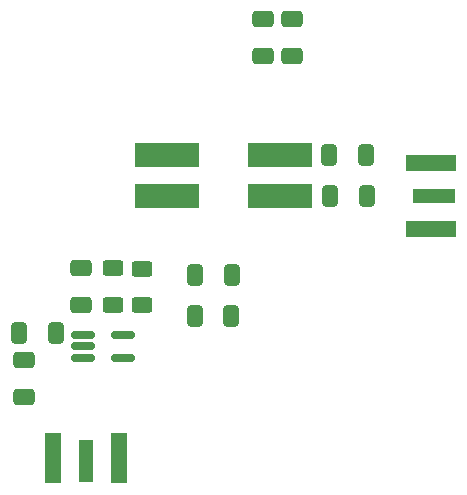
<source format=gbr>
%TF.GenerationSoftware,KiCad,Pcbnew,8.99.0-unknown-8ec1016ccf~178~ubuntu22.04.1*%
%TF.CreationDate,2024-05-09T20:44:09+05:30*%
%TF.ProjectId,HF-PA-v10,48462d50-412d-4763-9130-2e6b69636164,rev?*%
%TF.SameCoordinates,Original*%
%TF.FileFunction,Paste,Top*%
%TF.FilePolarity,Positive*%
%FSLAX46Y46*%
G04 Gerber Fmt 4.6, Leading zero omitted, Abs format (unit mm)*
G04 Created by KiCad (PCBNEW 8.99.0-unknown-8ec1016ccf~178~ubuntu22.04.1) date 2024-05-09 20:44:09*
%MOMM*%
%LPD*%
G01*
G04 APERTURE LIST*
G04 Aperture macros list*
%AMRoundRect*
0 Rectangle with rounded corners*
0 $1 Rounding radius*
0 $2 $3 $4 $5 $6 $7 $8 $9 X,Y pos of 4 corners*
0 Add a 4 corners polygon primitive as box body*
4,1,4,$2,$3,$4,$5,$6,$7,$8,$9,$2,$3,0*
0 Add four circle primitives for the rounded corners*
1,1,$1+$1,$2,$3*
1,1,$1+$1,$4,$5*
1,1,$1+$1,$6,$7*
1,1,$1+$1,$8,$9*
0 Add four rect primitives between the rounded corners*
20,1,$1+$1,$2,$3,$4,$5,0*
20,1,$1+$1,$4,$5,$6,$7,0*
20,1,$1+$1,$6,$7,$8,$9,0*
20,1,$1+$1,$8,$9,$2,$3,0*%
G04 Aperture macros list end*
%ADD10R,3.600000X1.270000*%
%ADD11R,4.200000X1.350000*%
%ADD12RoundRect,0.250000X-0.412500X-0.650000X0.412500X-0.650000X0.412500X0.650000X-0.412500X0.650000X0*%
%ADD13RoundRect,0.250000X0.650000X-0.412500X0.650000X0.412500X-0.650000X0.412500X-0.650000X-0.412500X0*%
%ADD14R,1.270000X3.600000*%
%ADD15R,1.350000X4.200000*%
%ADD16RoundRect,0.250000X0.412500X0.650000X-0.412500X0.650000X-0.412500X-0.650000X0.412500X-0.650000X0*%
%ADD17RoundRect,0.162500X-0.837500X-0.162500X0.837500X-0.162500X0.837500X0.162500X-0.837500X0.162500X0*%
%ADD18R,5.500000X2.150000*%
%ADD19RoundRect,0.250000X-0.650000X0.412500X-0.650000X-0.412500X0.650000X-0.412500X0.650000X0.412500X0*%
%ADD20RoundRect,0.250000X-0.625000X0.400000X-0.625000X-0.400000X0.625000X-0.400000X0.625000X0.400000X0*%
G04 APERTURE END LIST*
D10*
%TO.C,RF_OUT1*%
X205007500Y-84720000D03*
D11*
X204807500Y-87545000D03*
X204807500Y-81895000D03*
%TD*%
D12*
%TO.C,C12*%
X184757500Y-94920000D03*
X187882500Y-94920000D03*
%TD*%
%TO.C,C9*%
X169887500Y-96320000D03*
X173012500Y-96320000D03*
%TD*%
D13*
%TO.C,C4*%
X175110000Y-93962500D03*
X175110000Y-90837500D03*
%TD*%
D12*
%TO.C,C1*%
X196177500Y-81260000D03*
X199302500Y-81260000D03*
%TD*%
D14*
%TO.C,RF_IN1*%
X175570000Y-107140000D03*
D15*
X172745000Y-106940000D03*
X178395000Y-106940000D03*
%TD*%
D16*
%TO.C,C3*%
X199330000Y-84750000D03*
X196205000Y-84750000D03*
%TD*%
D17*
%TO.C,U2*%
X175270000Y-96512500D03*
X175270000Y-97462500D03*
X175270000Y-98412500D03*
X178690000Y-98412500D03*
X178690000Y-96512500D03*
%TD*%
D18*
%TO.C,T1*%
X182460000Y-81275000D03*
X182460000Y-84705000D03*
X191960000Y-84705000D03*
X191960000Y-81275000D03*
%TD*%
D13*
%TO.C,C5*%
X193040000Y-72862500D03*
X193040000Y-69737500D03*
%TD*%
D19*
%TO.C,C8*%
X170340000Y-98597500D03*
X170340000Y-101722500D03*
%TD*%
D13*
%TO.C,C10*%
X190550000Y-72862500D03*
X190550000Y-69737500D03*
%TD*%
D20*
%TO.C,R2*%
X177860000Y-90840000D03*
X177860000Y-93940000D03*
%TD*%
%TO.C,R3*%
X180300000Y-90870000D03*
X180300000Y-93970000D03*
%TD*%
D12*
%TO.C,C2*%
X184770000Y-91410000D03*
X187895000Y-91410000D03*
%TD*%
M02*

</source>
